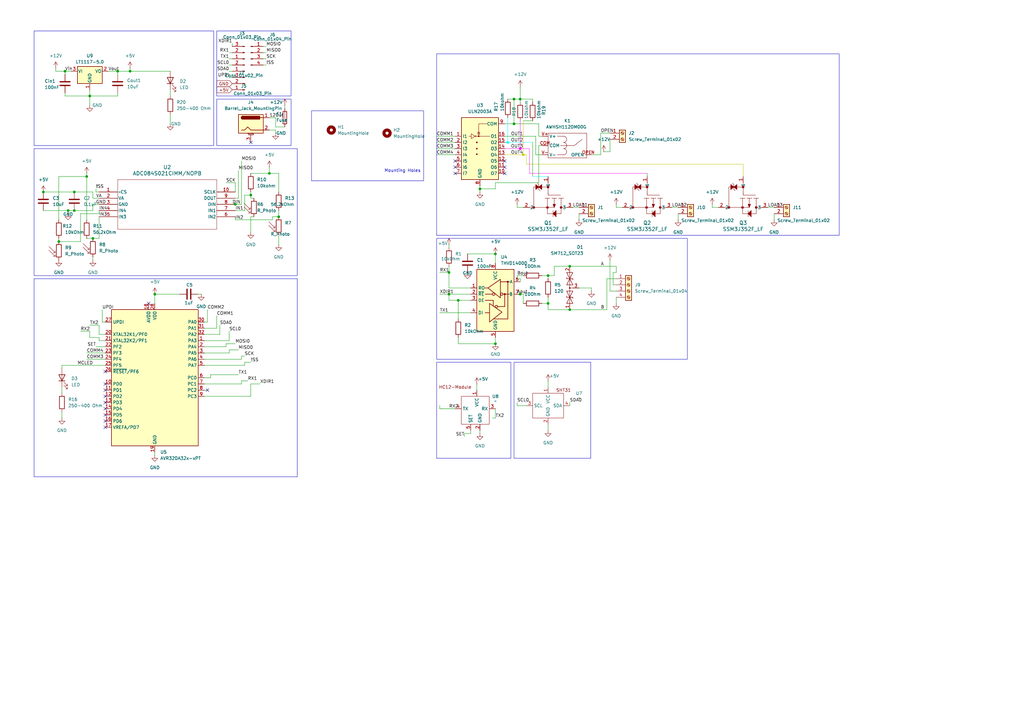
<source format=kicad_sch>
(kicad_sch (version 20231120) (generator "eeschema") (generator_version "8.0")
  (paper "A3")
  (junction (at 213.36 40.64))
  (junction (at 27.94 86.36))
  (junction (at 38.1 97.79))
  (junction (at 208.28 58.42) (color 0 255 255 1))
  (junction (at 63.5 120.65))
  (junction (at 233.68 127))
  (junction (at 114.3 88.9))
  (junction (at 224.79 124.46))
  (junction (at 213.36 60.96) (color 255 0 255 1))
  (junction (at 184.15 111.76))
  (junction (at 48.26 29.21))
  (junction (at 53.34 29.21))
  (junction (at 203.2 140.97))
  (junction (at 213.36 120.65))
  (junction (at 35.56 72.39))
  (junction (at 24.13 99.06))
  (junction (at 110.49 71.12))
  (junction (at 30.48 86.36))
  (junction (at 184.15 120.65))
  (junction (at 210.82 50.8))
  (junction (at 17.78 78.74))
  (junction (at 210.82 40.64))
  (junction (at 102.87 80.01))
  (junction (at 203.2 104.14))
  (junction (at 26.67 29.21))
  (junction (at 214.63 63.5) (color 194 194 0 1))
  (junction (at 30.48 78.74))
  (junction (at 96.52 83.82))
  (junction (at 233.68 109.22))
  (junction (at 196.85 77.47))
  (junction (at 36.83 39.37))
  (junction (at 224.79 113.03))
  (junction (at 187.96 123.19))
  (no_connect (at 43.18 170.18))
  (no_connect (at 43.18 167.64))
  (no_connect (at 186.69 66.04))
  (no_connect (at 207.01 66.04))
  (no_connect (at 85.09 160.02))
  (no_connect (at 43.18 162.56))
  (no_connect (at 186.69 68.58))
  (no_connect (at 43.18 157.48))
  (no_connect (at 43.18 175.26))
  (no_connect (at 43.18 165.1))
  (no_connect (at 43.18 160.02))
  (no_connect (at 207.01 71.12))
  (no_connect (at 102.87 58.42))
  (no_connect (at 186.69 71.12))
  (no_connect (at 43.18 152.4))
  (no_connect (at 207.01 68.58))
  (no_connect (at 60.96 124.46))
  (no_connect (at 43.18 172.72))
  (wire (pts (xy 218.44 72.39) (xy 224.79 72.39)) (stroke (width 0) (color 0 255 255 1)))
  (wire (pts (xy 93.98 26.67) (xy 95.25 26.67)))
  (wire (pts (xy 217.17 71.12) (xy 265.43 71.12)) (stroke (width 0) (color 255 0 255 1)))
  (wire (pts (xy 184.15 118.11) (xy 193.04 118.11)))
  (wire (pts (xy 215.9 63.5) (xy 214.63 63.5)) (stroke (width 0) (color 194 194 0 1)))
  (wire (pts (xy 224.79 113.03) (xy 224.79 114.3)))
  (wire (pts (xy 96.52 86.36) (xy 100.33 86.36)))
  (wire (pts (xy 212.09 85.09) (xy 214.63 85.09)))
  (wire (pts (xy 213.36 49.53) (xy 213.36 60.96)) (stroke (width 0) (color 255 0 255 1)))
  (wire (pts (xy 317.5 87.63) (xy 317.5 90.17)))
  (wire (pts (xy 40.64 138.43) (xy 40.64 139.7)))
  (wire (pts (xy 33.02 135.89) (xy 36.83 135.89)))
  (wire (pts (xy 53.34 29.21) (xy 48.26 29.21)))
  (wire (pts (xy 97.79 69.85) (xy 97.79 81.28)))
  (wire (pts (xy 265.43 71.12) (xy 265.43 72.39)))
  (wire (pts (xy 212.09 166.37) (xy 215.9 166.37)))
  (wire (pts (xy 36.83 138.43) (xy 40.64 138.43)))
  (wire (pts (xy 100.33 80.01) (xy 102.87 80.01)))
  (wire (pts (xy 246.38 54.61) (xy 250.19 54.61)))
  (wire (pts (xy 81.28 120.65) (xy 82.55 120.65)))
  (wire (pts (xy 96.52 78.74) (xy 96.52 74.93)))
  (wire (pts (xy 248.92 114.3) (xy 252.73 114.3)))
  (wire (pts (xy 237.49 118.11) (xy 242.57 118.11)))
  (wire (pts (xy 69.85 46.99) (xy 69.85 50.8)))
  (wire (pts (xy 26.67 38.1) (xy 26.67 39.37)))
  (wire (pts (xy 39.37 78.74) (xy 40.64 78.74)))
  (wire (pts (xy 233.68 109.22) (xy 252.73 109.22)))
  (wire (pts (xy 29.21 29.21) (xy 26.67 29.21)))
  (wire (pts (xy 224.79 113.03) (xy 227.33 113.03)))
  (wire (pts (xy 26.67 39.37) (xy 36.83 39.37)))
  (wire (pts (xy 114.3 96.52) (xy 114.3 100.33)))
  (wire (pts (xy 212.09 83.82) (xy 212.09 85.09)))
  (wire (pts (xy 184.15 100.33) (xy 184.15 101.6)))
  (wire (pts (xy 83.82 132.08) (xy 85.09 132.08)))
  (wire (pts (xy 224.79 156.21) (xy 224.79 158.75)))
  (wire (pts (xy 111.76 88.9) (xy 114.3 88.9)))
  (wire (pts (xy 86.36 153.67) (xy 86.36 154.94)))
  (wire (pts (xy 251.46 116.84) (xy 252.73 116.84)))
  (wire (pts (xy 38.1 81.28) (xy 40.64 81.28)))
  (wire (pts (xy 97.79 153.67) (xy 86.36 153.67)))
  (wire (pts (xy 93.98 144.78) (xy 83.82 144.78)))
  (wire (pts (xy 93.98 139.7) (xy 83.82 139.7)))
  (wire (pts (xy 41.91 127) (xy 41.91 132.08)))
  (wire (pts (xy 38.1 83.82) (xy 38.1 86.36)))
  (wire (pts (xy 26.67 29.21) (xy 26.67 30.48)))
  (wire (pts (xy 48.26 29.21) (xy 48.26 30.48)))
  (wire (pts (xy 113.03 53.34) (xy 113.03 54.61)))
  (wire (pts (xy 40.64 133.35) (xy 36.83 133.35)))
  (wire (pts (xy 212.09 165.1) (xy 212.09 166.37)))
  (wire (pts (xy 83.82 134.62) (xy 88.9 134.62)))
  (wire (pts (xy 222.25 124.46) (xy 224.79 124.46)))
  (wire (pts (xy 38.1 105.41) (xy 38.1 106.68)))
  (wire (pts (xy 110.49 53.34) (xy 113.03 53.34)))
  (wire (pts (xy 246.38 54.61) (xy 246.38 63.5)))
  (wire (pts (xy 252.73 111.76) (xy 251.46 111.76)))
  (wire (pts (xy 275.59 85.09) (xy 278.13 85.09)))
  (wire (pts (xy 219.71 63.5) (xy 222.25 63.5)))
  (wire (pts (xy 33.02 99.06) (xy 24.13 99.06)))
  (wire (pts (xy 22.86 27.94) (xy 22.86 29.21)))
  (wire (pts (xy 93.98 135.89) (xy 93.98 139.7)))
  (wire (pts (xy 213.36 40.64) (xy 218.44 40.64)))
  (wire (pts (xy 187.96 123.19) (xy 187.96 130.81)))
  (wire (pts (xy 90.17 137.16) (xy 83.82 137.16)))
  (wire (pts (xy 27.94 86.36) (xy 27.94 87.63)))
  (wire (pts (xy 248.92 114.3) (xy 248.92 127)))
  (wire (pts (xy 214.63 120.65) (xy 214.63 124.46)))
  (wire (pts (xy 215.9 67.31) (xy 215.9 63.5)) (stroke (width 0) (color 194 194 0 1)))
  (wire (pts (xy 210.82 40.64) (xy 213.36 40.64)))
  (wire (pts (xy 102.87 88.9) (xy 102.87 95.25)))
  (wire (pts (xy 25.4 168.91) (xy 25.4 171.45)))
  (wire (pts (xy 102.87 81.28) (xy 104.14 81.28)))
  (wire (pts (xy 203.2 138.43) (xy 203.2 140.97)))
  (wire (pts (xy 41.91 132.08) (xy 43.18 132.08)))
  (wire (pts (xy 22.86 29.21) (xy 26.67 29.21)))
  (wire (pts (xy 203.2 104.14) (xy 203.2 107.95)))
  (wire (pts (xy 218.44 41.91) (xy 218.44 40.64)))
  (wire (pts (xy 35.56 144.78) (xy 43.18 144.78)))
  (wire (pts (xy 242.57 118.11) (xy 242.57 119.38)))
  (wire (pts (xy 190.5 177.8) (xy 190.5 179.07)))
  (wire (pts (xy 85.09 160.02) (xy 83.82 160.02)))
  (wire (pts (xy 220.98 55.88) (xy 222.25 55.88)))
  (wire (pts (xy 107.95 21.59) (xy 109.22 21.59)))
  (wire (pts (xy 93.98 143.51) (xy 93.98 144.78)))
  (wire (pts (xy 17.78 86.36) (xy 27.94 86.36)))
  (wire (pts (xy 251.46 111.76) (xy 251.46 116.84)))
  (wire (pts (xy 213.36 114.3) (xy 213.36 115.57)))
  (wire (pts (xy 25.4 158.75) (xy 25.4 161.29)))
  (wire (pts (xy 24.13 72.39) (xy 24.13 90.17)))
  (wire (pts (xy 63.5 124.46) (xy 63.5 120.65)))
  (wire (pts (xy 113.03 52.07) (xy 116.84 52.07)))
  (wire (pts (xy 179.07 63.5) (xy 186.69 63.5)))
  (wire (pts (xy 187.96 138.43) (xy 187.96 140.97)))
  (wire (pts (xy 93.98 21.59) (xy 95.25 21.59)))
  (wire (pts (xy 85.09 132.08) (xy 85.09 127)))
  (wire (pts (xy 220.98 59.69) (xy 220.98 74.93)))
  (wire (pts (xy 107.95 24.13) (xy 109.22 24.13)))
  (wire (pts (xy 292.1 85.09) (xy 294.64 85.09)))
  (wire (pts (xy 39.37 142.24) (xy 43.18 142.24)))
  (wire (pts (xy 40.64 87.63) (xy 33.02 87.63)))
  (wire (pts (xy 40.64 83.82) (xy 38.1 83.82)))
  (wire (pts (xy 114.3 71.12) (xy 114.3 78.74)))
  (wire (pts (xy 203.2 171.45) (xy 203.2 167.64)))
  (wire (pts (xy 184.15 120.65) (xy 193.04 120.65)))
  (wire (pts (xy 207.01 60.96) (xy 213.36 60.96)) (stroke (width 0) (color 255 0 255 1)))
  (wire (pts (xy 17.78 78.74) (xy 30.48 78.74)))
  (wire (pts (xy 53.34 29.21) (xy 69.85 29.21)))
  (wire (pts (xy 36.83 39.37) (xy 36.83 43.18)))
  (wire (pts (xy 218.44 72.39) (xy 218.44 58.42)))
  (wire (pts (xy 193.04 123.19) (xy 187.96 123.19)))
  (wire (pts (xy 212.09 120.65) (xy 213.36 120.65)))
  (wire (pts (xy 100.33 149.86) (xy 83.82 149.86)))
  (wire (pts (xy 196.85 176.53) (xy 196.85 177.8)))
  (wire (pts (xy 40.64 97.79) (xy 40.64 88.9)))
  (wire (pts (xy 214.63 49.53) (xy 214.63 63.5)) (stroke (width 0) (color 194 194 0 1)))
  (wire (pts (xy 99.06 83.82) (xy 96.52 83.82)))
  (wire (pts (xy 218.44 49.53) (xy 214.63 49.53)))
  (wire (pts (xy 113.03 48.26) (xy 113.03 52.07)))
  (wire (pts (xy 184.15 123.19) (xy 187.96 123.19)))
  (wire (pts (xy 99.06 156.21) (xy 99.06 157.48)))
  (wire (pts (xy 220.98 50.8) (xy 220.98 55.88)))
  (wire (pts (xy 116.84 43.18) (xy 116.84 44.45)))
  (wire (pts (xy 250.19 119.38) (xy 252.73 119.38)))
  (wire (pts (xy 43.18 149.86) (xy 25.4 149.86)))
  (wire (pts (xy 207.01 55.88) (xy 219.71 55.88)))
  (wire (pts (xy 278.13 87.63) (xy 278.13 90.17)))
  (wire (pts (xy 227.33 113.03) (xy 227.33 109.22)))
  (wire (pts (xy 100.33 146.05) (xy 99.06 146.05)))
  (wire (pts (xy 24.13 97.79) (xy 24.13 99.06)))
  (wire (pts (xy 99.06 147.32) (xy 83.82 147.32)))
  (wire (pts (xy 213.36 40.64) (xy 213.36 35.56)))
  (wire (pts (xy 100.33 148.59) (xy 100.33 149.86)))
  (wire (pts (xy 224.79 124.46) (xy 224.79 127)))
  (wire (pts (xy 96.52 74.93) (xy 92.71 74.93)))
  (wire (pts (xy 180.34 120.65) (xy 184.15 120.65)))
  (wire (pts (xy 114.3 86.36) (xy 114.3 88.9)))
  (wire (pts (xy 214.63 63.5) (xy 207.01 63.5)) (stroke (width 0) (color 194 194 0 1)))
  (wire (pts (xy 63.5 120.65) (xy 73.66 120.65)))
  (wire (pts (xy 90.17 133.35) (xy 90.17 137.16)))
  (wire (pts (xy 102.87 78.74) (xy 102.87 80.01)))
  (wire (pts (xy 99.06 146.05) (xy 99.06 147.32)))
  (wire (pts (xy 101.6 156.21) (xy 99.06 156.21)))
  (wire (pts (xy 107.95 19.05) (xy 109.22 19.05)))
  (wire (pts (xy 292.1 83.82) (xy 292.1 85.09)))
  (wire (pts (xy 180.34 111.76) (xy 184.15 111.76)))
  (wire (pts (xy 196.85 77.47) (xy 196.85 78.74)))
  (wire (pts (xy 242.57 63.5) (xy 246.38 63.5)))
  (wire (pts (xy 38.1 97.79) (xy 40.64 97.79)))
  (wire (pts (xy 314.96 85.09) (xy 317.5 85.09)))
  (wire (pts (xy 111.76 90.17) (xy 111.76 88.9)))
  (wire (pts (xy 252.73 85.09) (xy 255.27 85.09)))
  (wire (pts (xy 180.34 166.37) (xy 180.34 167.64)))
  (wire (pts (xy 252.73 109.22) (xy 252.73 111.76)))
  (wire (pts (xy 208.28 48.26) (xy 208.28 58.42)) (stroke (width 0) (color 0 255 255 1)))
  (wire (pts (xy 208.28 58.42) (xy 218.44 58.42)) (stroke (width 0) (color 0 255 255 1)))
  (wire (pts (xy 208.28 40.64) (xy 210.82 40.64)))
  (wire (pts (xy 233.68 166.37) (xy 233.68 165.1)))
  (wire (pts (xy 38.1 86.36) (xy 30.48 86.36)))
  (wire (pts (xy 43.18 137.16) (xy 40.64 137.16)))
  (wire (pts (xy 36.83 135.89) (xy 36.83 138.43)))
  (wire (pts (xy 220.98 74.93) (xy 203.2 74.93)))
  (wire (pts (xy 203.2 77.47) (xy 196.85 77.47)))
  (wire (pts (xy 102.87 157.48) (xy 102.87 162.56)))
  (wire (pts (xy 48.26 39.37) (xy 36.83 39.37)))
  (wire (pts (xy 97.79 143.51) (xy 93.98 143.51)))
  (wire (pts (xy 179.07 58.42) (xy 186.69 58.42)))
  (wire (pts (xy 33.02 87.63) (xy 33.02 99.06)))
  (wire (pts (xy 304.8 72.39) (xy 304.8 67.31)) (stroke (width 0) (color 194 194 0 1)))
  (wire (pts (xy 44.45 29.21) (xy 48.26 29.21)))
  (wire (pts (xy 35.56 72.39) (xy 24.13 72.39)))
  (wire (pts (xy 220.98 59.69) (xy 222.25 59.69)))
  (wire (pts (xy 250.19 106.68) (xy 250.19 119.38)))
  (wire (pts (xy 179.07 55.88) (xy 186.69 55.88)))
  (wire (pts (xy 39.37 77.47) (xy 39.37 78.74)))
  (wire (pts (xy 102.87 88.9) (xy 104.14 88.9)))
  (wire (pts (xy 99.06 157.48) (xy 83.82 157.48)))
  (wire (pts (xy 195.58 157.48) (xy 195.58 160.02)))
  (wire (pts (xy 30.48 78.74) (xy 38.1 78.74)))
  (wire (pts (xy 88.9 134.62) (xy 88.9 129.54)))
  (wire (pts (xy 203.2 171.45) (xy 201.93 171.45)))
  (wire (pts (xy 93.98 31.75) (xy 95.25 31.75)))
  (wire (pts (xy 304.8 67.31) (xy 215.9 67.31)) (stroke (width 0) (color 194 194 0 1)))
  (wire (pts (xy 212.09 114.3) (xy 212.09 113.03)))
  (wire (pts (xy 193.04 176.53) (xy 193.04 177.8)))
  (wire (pts (xy 92.71 142.24) (xy 83.82 142.24)))
  (wire (pts (xy 210.82 40.64) (xy 210.82 50.8)))
  (wire (pts (xy 63.5 185.42) (xy 63.5 186.69)))
  (wire (pts (xy 187.96 140.97) (xy 203.2 140.97)))
  (wire (pts (xy 213.36 40.64) (xy 213.36 41.91)))
  (wire (pts (xy 40.64 139.7) (xy 43.18 139.7)))
  (wire (pts (xy 35.56 72.39) (xy 35.56 90.17)))
  (wire (pts (xy 233.68 127) (xy 248.92 127)))
  (wire (pts (xy 53.34 27.94) (xy 53.34 29.21)))
  (wire (pts (xy 180.34 167.64) (xy 186.69 167.64)))
  (wire (pts (xy 196.85 76.2) (xy 196.85 77.47)))
  (wire (pts (xy 224.79 173.99) (xy 224.79 176.53)))
  (wire (pts (xy 86.36 154.94) (xy 83.82 154.94)))
  (wire (pts (xy 95.25 17.78) (xy 95.25 19.05)))
  (wire (pts (xy 36.83 36.83) (xy 36.83 39.37)))
  (wire (pts (xy 184.15 111.76) (xy 184.15 118.11)))
  (wire (pts (xy 106.68 157.48) (xy 102.87 157.48)))
  (wire (pts (xy 212.09 114.3) (xy 213.36 114.3)))
  (wire (pts (xy 93.98 29.21) (xy 95.25 29.21)))
  (wire (pts (xy 180.34 128.27) (xy 193.04 128.27)))
  (wire (pts (xy 213.36 120.65) (xy 214.63 120.65)))
  (wire (pts (xy 237.49 87.63) (xy 237.49 90.17)))
  (wire (pts (xy 100.33 86.36) (xy 100.33 80.01)))
  (wire (pts (xy 227.33 109.22) (xy 233.68 109.22)))
  (wire (pts (xy 69.85 36.83) (xy 69.85 39.37)))
  (wire (pts (xy 93.98 24.13) (xy 95.25 24.13)))
  (wire (pts (xy 27.94 86.36) (xy 30.48 86.36)))
  (wire (pts (xy 92.71 140.97) (xy 92.71 142.24)))
  (wire (pts (xy 252.73 121.92) (xy 252.73 124.46)))
  (wire (pts (xy 111.76 90.17) (xy 96.52 90.17)))
  (wire (pts (xy 99.06 66.04) (xy 99.06 83.82)))
  (wire (pts (xy 234.95 85.09) (xy 237.49 85.09)))
  (wire (pts (xy 207.01 50.8) (xy 210.82 50.8)))
  (wire (pts (xy 110.49 68.58) (xy 110.49 71.12)))
  (wire (pts (xy 179.07 60.96) (xy 186.69 60.96)))
  (wire (pts (xy 219.71 63.5) (xy 219.71 55.88)))
  (wire (pts (xy 110.49 71.12) (xy 102.87 71.12)))
  (wire (pts (xy 96.52 83.82) (xy 95.25 83.82)))
  (wire (pts (xy 35.56 71.12) (xy 35.56 72.39)))
  (wire (pts (xy 40.64 137.16) (xy 40.64 133.35)))
  (wire (pts (xy 224.79 127) (xy 233.68 127)))
  (wire (pts (xy 113.03 48.26) (xy 110.49 48.26)))
  (wire (pts (xy 208.28 58.42) (xy 207.01 58.42)))
  (wire (pts (xy 83.82 162.56) (xy 102.87 162.56)))
  (wire (pts (xy 40.64 86.36) (xy 40.64 87.63)))
  (wire (pts (xy 193.04 177.8) (xy 190.5 177.8)))
  (wire (pts (xy 35.56 97.79) (xy 38.1 97.79)))
  (wire (pts (xy 222.25 113.03) (xy 224.79 113.03)))
  (wire (pts (xy 102.87 148.59) (xy 100.33 148.59)))
  (wire (pts (xy 25.4 149.86) (xy 25.4 151.13)))
  (wire (pts (xy 212.09 113.03) (xy 214.63 113.03)))
  (wire (pts (xy 252.73 83.82) (xy 252.73 85.09)))
  (wire (pts (xy 213.36 60.96) (xy 217.17 60.96)) (stroke (width 0) (color 255 0 255 1)))
  (wire (pts (xy 191.77 104.14) (xy 203.2 104.14)))
  (wire (pts (xy 97.79 81.28) (xy 96.52 81.28)))
  (wire (pts (xy 224.79 124.46) (xy 224.79 121.92)))
  (wire (pts (xy 107.95 26.67) (xy 109.22 26.67)))
  (wire (pts (xy 184.15 120.65) (xy 184.15 123.19)))
  (wire (pts (xy 96.52 90.17) (xy 96.52 88.9)))
  (wire (pts (xy 96.52 140.97) (xy 92.71 140.97)))
  (wire (pts (xy 35.56 147.32) (xy 43.18 147.32)))
  (wire (pts (xy 210.82 50.8) (xy 220.98 50.8)))
  (wire (pts (xy 247.65 62.23) (xy 250.19 62.23)))
  (wire (pts (xy 102.87 80.01) (xy 102.87 81.28)))
  (wire (pts (xy 184.15 109.22) (xy 184.15 111.76)))
  (wire (pts (xy 203.2 74.93) (xy 203.2 77.47)))
  (wire (pts (xy 250.19 62.23) (xy 250.19 57.15)))
  (wire (pts (xy 217.17 60.96) (xy 217.17 71.12)) (stroke (width 0) (color 255 0 255 1)))
  (wire (pts (xy 110.49 71.12) (xy 114.3 71.12)))
  (wire (pts (xy 38.1 78.74) (xy 38.1 81.28)))
  (wire (pts (xy 48.26 38.1) (xy 48.26 39.37)))
  (rectangle (start 179.07 97.79) (end 281.94 147.32))
  (rectangle (start 13.97 114.3) (end 121.92 195.58))
  (rectangle (start 88.9 12.7) (end 119.38 39.37))
  (rectangle (start 210.82 148.59) (end 242.316 187.96))
  (rectangle (start 88.9 40.64) (end 119.38 59.69))
  (rectangle (start 179.07 148.59) (end 209.55 187.96))
  (rectangle (start 13.97 60.96) (end 121.92 113.03))
  (rectangle (start 127.762 45.466) (end 173.736 74.168))
  (rectangle (start 13.97 12.7) (end 87.63 59.69))
  (rectangle (start 179.07 22.098) (end 344.17 96.52))
  (text "Mounting Holes\n" (at 165.1 70.104 0) (effects (font (size 1.27 1.27))))
  (label "OUT1" (at 209.55 55.88 0))
  (label "OUT3" (at 209.55 60.96 0))
  (label "MISO0" (at 97.79 143.51 0))
  (label "SDA0" (at 93.98 29.21 180))
  (label "RX2" (at 33.02 135.89 0))
  (label "SCK" (at 100.33 146.05 0))
  (label "!SS" (at 102.87 148.59 0))
  (label "TX1" (at 180.34 128.27 0))
  (label "MOSI0" (at 109.22 19.05 0))
  (label "DIN" (at 95.25 83.82 0))
  (label "TX2" (at 36.83 133.35 0))
  (label "MOSI0" (at 99.06 66.04 0))
  (label "LOAD1" (at 234.95 85.09 0))
  (label "RX1" (at 93.98 21.59 180))
  (label "SET" (at 39.37 142.24 180))
  (label "COMM3" (at 35.56 147.32 0))
  (label "UPDI" (at 41.91 127 0))
  (label "LOAD2" (at 275.59 85.09 0))
  (label "COMM3" (at 179.07 60.96 0))
  (label "TX2" (at 203.2 171.45 0))
  (label "Aout" (at 212.09 120.65 0))
  (label "COMM1" (at 88.9 129.54 0))
  (label "SDA0" (at 90.17 133.35 0))
  (label "MOSI0" (at 96.52 140.97 0))
  (label "UPDI" (at 93.98 31.75 180))
  (label "LOAD3" (at 314.96 85.09 0))
  (label "RX2" (at 184.15 167.64 0))
  (label "IN3" (at 40.64 88.9 0))
  (label "OUT2" (at 209.55 58.42 0))
  (label "COMM2" (at 179.07 58.42 0))
  (label "SCK" (at 92.71 74.93 0))
  (label "XDIR1" (at 95.25 17.78 180))
  (label "SET" (at 190.5 179.07 180))
  (label "Bout" (at 212.09 113.03 0))
  (label "Vout" (at 44.45 29.21 0))
  (label "RX1" (at 180.34 111.76 0))
  (label "COMM2" (at 85.09 127 0))
  (label "XDIR1" (at 106.68 157.48 0))
  (label "GND" (at 39.37 83.82 0))
  (label "A" (at 246.38 109.22 0))
  (label "VA" (at 39.37 81.28 0))
  (label "OUT4" (at 209.55 63.5 0))
  (label "IN4" (at 40.64 86.36 0))
  (label "IN1" (at 96.52 86.36 0))
  (label "SCL0" (at 93.98 135.89 0))
  (label "XDIR1" (at 180.34 120.65 0))
  (label "Vin" (at 26.67 29.21 0))
  (label "SCL0" (at 212.09 165.1 0))
  (label "COMM4" (at 179.07 63.5 0))
  (label "SCK" (at 109.22 24.13 0))
  (label "MISO0" (at 109.22 21.59 0))
  (label "COMM4" (at 35.56 144.78 0))
  (label "COMM1" (at 179.07 55.88 0))
  (label "!SS" (at 39.37 77.47 0))
  (label "SDA0" (at 233.68 165.1 0))
  (label "!SS" (at 109.22 26.67 0))
  (label "12Out" (at 110.49 48.26 0))
  (label "TX1" (at 97.79 153.67 0))
  (label "OPEN" (at 246.38 54.61 0))
  (label "RX1" (at 101.6 156.21 0))
  (label "MCLED" (at 31.75 149.86 0))
  (label "B" (at 246.38 127 0))
  (label "SCL0" (at 93.98 26.67 180))
  (label "TX1" (at 93.98 24.13 180))
  (label "MISO0" (at 97.79 69.85 0))
  (label "IN2" (at 96.52 90.17 0))
  (global_label "GND" (shape input) (at 95.25 34.29 180) (property "Intersheetrefs" "${INTERSHEET_REFS}" (effects (hide yes))))
  (global_label "+5V" (shape input) (at 95.25 36.83 180) (property "Intersheetrefs" "${INTERSHEET_REFS}" (effects (hide yes))))
  (symbol (lib_id "Modules:HC12-Module") (at 196.85 166.37 0) (unit 1)
    (property "Reference" "U8" (at 203.2 162.5914 0))
    (property "Value" "~" (at 203.2 164.4965 0))
    (property "Footprint" "Modules:HC12-Modules" (effects (hide yes)))
  )
  (symbol (lib_id "Connector:Conn_01x03_Pin") (at 100.33 21.59 180) (unit 1)
    (property "Reference" "J3" (at 98.044 13.716 0) (effects (justify right)))
    (property "Value" "Conn_01x03_Pin" (at 91.44 15.24 0) (effects (justify right)))
    (property "Footprint" "Connector_PinHeader_2.54mm:PinHeader_1x03_P2.54mm_Vertical" (effects (hide yes)))
    (property "Description" "Generic connector, single row, 01x03, script generated" (effects (hide yes)))
  )
  (symbol (lib_id "power:GND") (at 196.85 177.8 0) (unit 1)
    (property "Reference" "#PWR023" (effects (hide yes)))
    (property "Value" "GND" (at 196.85 182.88 0))
    (property "Description" "Power symbol creates a global label with name \"GND\" , ground" (effects (hide yes)))
  )
  (symbol (lib_id "Modules:SHT31-Module") (at 219.71 162.56 0) (unit 1)
    (property "Reference" "U7" (at 237.49 161.3214 0))
    (property "Value" "~" (at 237.49 163.2265 0))
    (property "Footprint" "Modules:SHT31-Module" (effects (hide yes)))
  )
  (symbol (lib_id "Device:R") (at 224.79 118.11 0) (unit 1)
    (property "Reference" "R5" (at 227.33 116.8399 0) (effects (justify left)))
    (property "Value" "120" (at 227.33 119.3799 0) (effects (justify left)))
    (property "Footprint" "Resistor_SMD:R_1206_3216Metric" (effects (hide yes)))
    (property "Description" "Resistor" (effects (hide yes)))
  )
  (symbol (lib_id "Device:R") (at 218.44 124.46 90) (unit 1)
    (property "Reference" "R4" (at 218.44 118.11 90))
    (property "Value" "10Ohm" (at 218.44 120.65 90))
    (property "Footprint" "Resistor_SMD:R_1210_3225Metric" (effects (hide yes)))
    (property "Description" "Resistor" (effects (hide yes)))
  )
  (symbol (lib_id "Interface_UART:THVD1400D") (at 203.2 123.19 0) (unit 1)
    (property "Reference" "U4" (at 205.3941 105.41 0) (effects (justify left)))
    (property "Value" "THVD1400D" (at 205.3941 107.95 0) (effects (justify left)))
    (property "Footprint" "Package_SO:SOIC-8_3.9x4.9mm_P1.27mm" (effects (hide yes)))
    (property "Datasheet" "https://www.ti.com/lit/ds/symlink/thvd1420.pdf" (effects (hide yes)))
    (property "Description" "Half duplex RS-485/RS-422, 500 Kbps, 3V - 5.5V supply, ±12kV electro-static discharge (ESD) protection, with receiver/driver enable, 32 receiver drive capacity, SOIC-8" (effects (hide yes)))
  )
  (symbol (lib_id "Device:C") (at 17.78 82.55 0) (unit 1)
    (property "Reference" "C3" (at 21.59 81.2799 0) (effects (justify left)))
    (property "Value" "10uF" (at 21.59 83.8199 0) (effects (justify left)))
    (property "Footprint" "Capacitor_SMD:C_1206_3216Metric" (effects (hide yes)))
    (property "Description" "Unpolarized capacitor" (effects (hide yes)))
  )
  (symbol (lib_id "Device:R_Photo") (at 104.14 85.09 0) (unit 1)
    (property "Reference" "R6" (at 105.41 83.8199 0) (effects (justify left)))
    (property "Value" "R_Photo" (at 105.41 86.3599 0) (effects (justify left)))
    (property "Footprint" "OptoDevice:R_LDR_4.9x4.2mm_P2.54mm_Vertical" (effects (hide yes)))
    (property "Description" "Photoresistor" (effects (hide yes)))
  )
  (symbol (lib_id "Connector:Screw_Terminal_01x02") (at 283.21 85.09 0) (unit 1)
    (property "Reference" "J10" (at 285.75 85.0899 0) (effects (justify left)))
    (property "Value" "Screw_Terminal_01x02" (at 279.4 90.424 0) (effects (justify left)))
    (property "Footprint" "TerminalBlock:TerminalBlock_bornier-2_P5.08mm" (effects (hide yes)))
    (property "Description" "Generic screw terminal, single row, 01x02, script generated (kicad-library-utils/schlib/autogen/connector/)" (effects (hide yes)))
  )
  (symbol (lib_id "Device:LED") (at 25.4 154.94 90) (unit 1)
    (property "Reference" "D3" (at 29.21 155.2574 90) (effects (justify right)))
    (property "Value" "LED" (at 29.21 157.7974 90) (effects (justify right)))
    (property "Footprint" "LED_THT:LED_D3.0mm_FlatTop" (effects (hide yes)))
    (property "Description" "Light emitting diode" (effects (hide yes)))
  )
  (symbol (lib_id "Connector:Conn_01x04_Pin") (at 102.87 21.59 0) (unit 1)
    (property "Reference" "J6" (at 111.76 14.224 0))
    (property "Value" "Conn_01x04_Pin" (at 111.76 16.002 0))
    (property "Footprint" "Connector_PinHeader_2.54mm:PinHeader_1x04_P2.54mm_Vertical" (effects (hide yes)))
    (property "Description" "Generic connector, single row, 01x04, script generated" (effects (hide yes)))
  )
  (symbol (lib_id "Device:R") (at 35.56 93.98 0) (unit 1)
    (property "Reference" "R11" (at 38.1 92.7099 0) (effects (justify left)))
    (property "Value" "56.2kOhm" (at 38.1 95.2499 0) (effects (justify left)))
    (property "Footprint" "Resistor_SMD:R_1206_3216Metric_Pad1.30x1.75mm_HandSolder" (effects (hide yes)))
    (property "Description" "Resistor" (effects (hide yes)))
  )
  (symbol (lib_id "Device:R") (at 184.15 105.41 0) (unit 1)
    (property "Reference" "R1" (at 186.69 104.1399 0) (effects (justify left)))
    (property "Value" "10kOhm" (at 180.848 106.172 0) (effects (justify left)))
    (property "Footprint" "Resistor_SMD:R_1206_3216Metric" (effects (hide yes)))
    (property "Description" "Resistor" (effects (hide yes)))
  )
  (symbol (lib_id "Mechanical:MountingHole") (at 158.75 54.61 0) (unit 1) (exclude_from_sim yes) (in_bom no)
    (property "Reference" "H2" (at 161.29 53.3399 0) (effects (justify left)))
    (property "Value" "MountingHole" (at 161.29 55.8799 0) (effects (justify left)))
    (property "Footprint" "MountingHole:MountingHole_3.5mm" (effects (hide yes)))
    (property "Description" "Mounting Hole without connection" (effects (hide yes)))
  )
  (symbol (lib_id "power:+12V") (at 250.19 106.68 0) (unit 1)
    (property "Reference" "#PWR06" (effects (hide yes)))
    (property "Value" "+12V" (at 250.19 101.6 0))
    (property "Description" "Power symbol creates a global label with name \"+12V\"" (effects (hide yes)))
  )
  (symbol (lib_id "Connector:Screw_Terminal_01x02") (at 242.57 85.09 0) (unit 1)
    (property "Reference" "J1" (at 245.11 85.0899 0) (effects (justify left)))
    (property "Value" "Screw_Terminal_01x02" (at 238.76 90.424 0) (effects (justify left)))
    (property "Footprint" "TerminalBlock:TerminalBlock_bornier-2_P5.08mm" (effects (hide yes)))
    (property "Description" "Generic screw terminal, single row, 01x02, script generated (kicad-library-utils/schlib/autogen/connector/)" (effects (hide yes)))
  )
  (symbol (lib_id "Connector:Screw_Terminal_01x04") (at 257.81 116.84 0) (unit 1)
    (property "Reference" "J9" (at 260.35 116.8399 0) (effects (justify left)))
    (property "Value" "Screw_Terminal_01x04" (at 260.35 119.3799 0) (effects (justify left)))
    (property "Footprint" "TerminalBlock_Altech:Altech_AK100_1x04_P5.00mm" (effects (hide yes)))
    (property "Description" "Generic screw terminal, single row, 01x04, script generated (kicad-library-utils/schlib/autogen/connector/)" (effects (hide yes)))
  )
  (symbol (lib_id "Transistor_Array:ULN2003A") (at 196.85 60.96 0) (unit 1)
    (property "Reference" "U3" (at 196.85 43.18 0))
    (property "Value" "ULN2003A" (at 196.85 45.72 0))
    (property "Footprint" "Package_SO:SOIC-16W_5.3x10.2mm_P1.27mm" (effects (hide yes)))
    (property "Datasheet" "http://www.ti.com/lit/ds/symlink/uln2003a.pdf" (effects (hide yes)))
    (property "Description" "High Voltage, High Current Darlington Transistor Arrays, SOIC16/SOIC16W/DIP16/TSSOP16" (effects (hide yes)))
  )
  (symbol (lib_id "power:GND") (at 25.4 171.45 0) (unit 1)
    (property "Reference" "#PWR029" (effects (hide yes)))
    (property "Value" "GND" (at 25.4 176.53 0))
    (property "Description" "Power symbol creates a global label with name \"GND\" , ground" (effects (hide yes)))
  )
  (symbol (lib_id "Device:R") (at 114.3 82.55 0) (unit 1)
    (property "Reference" "R13" (at 116.84 81.2799 0) (effects (justify left)))
    (property "Value" "56.2kOhm" (at 110.998 83.82 0) (effects (justify left)))
    (property "Footprint" "Resistor_SMD:R_1206_3216Metric_Pad1.30x1.75mm_HandSolder" (effects (hide yes)))
    (property "Description" "Resistor" (effects (hide yes)))
  )
  (symbol (lib_id "Device:R") (at 25.4 165.1 0) (unit 1)
    (property "Reference" "R16" (at 27.94 163.8299 0) (effects (justify left)))
    (property "Value" "250-400 Ohm" (at 27.94 166.3699 0) (effects (justify left)))
    (property "Footprint" "Resistor_SMD:R_1206_3216Metric" (effects (hide yes)))
    (property "Description" "Resistor" (effects (hide yes)))
  )
  (symbol (lib_id "Device:R") (at 24.13 93.98 0) (unit 1)
    (property "Reference" "R12" (at 25.654 92.71 0) (effects (justify left)))
    (property "Value" "10kOhm" (at 26.67 95.2499 0) (effects (justify left)))
    (property "Footprint" "Resistor_SMD:R_1206_3216Metric_Pad1.30x1.75mm_HandSolder" (effects (hide yes)))
    (property "Description" "Resistor" (effects (hide yes)))
  )
  (symbol (lib_id "Regulator_Linear:LT1117-5.0") (at 36.83 29.21 0) (unit 1)
    (property "Reference" "U9" (at 36.83 22.86 0))
    (property "Value" "LT1117-5.0" (at 36.83 25.4 0))
    (property "Footprint" "Package_TO_SOT_SMD:SOT-223-3_TabPin2" (effects (hide yes)))
    (property "Datasheet" "https://www.analog.com/media/en/technical-documentation/data-sheets/1117fd.pdf" (effects (hide yes)))
    (property "Description" "800mA Low-Dropout Linear Regulator, 5.0V fixed output, SOT-223/TO-263" (effects (hide yes)))
  )
  (symbol (lib_id "Transistor_FET:SSM3J352F_LF") (at 273.05 74.93 270) (unit 1)
    (property "Reference" "Q2" (at 265.43 91.44 90) (effects (font (size 1.524 1.524))))
    (property "Value" "SSM3J352F_LF" (at 265.43 93.98 90) (effects (font (size 1.524 1.524))))
    (property "Footprint" "Package_S-Mini:S-MINI_TOS" (effects (hide yes)))
  )
  (symbol (lib_id "power:+12V") (at 292.1 83.82 0) (unit 1)
    (property "Reference" "#PWR032" (effects (hide yes)))
    (property "Value" "+12V" (at 292.1 78.74 0))
    (property "Description" "Power symbol creates a global label with name \"+12V\"" (effects (hide yes)))
  )
  (symbol (lib_id "power:GND") (at 36.83 43.18 0) (unit 1)
    (property "Reference" "#PWR0106" (effects (hide yes)))
    (property "Value" "GND" (at 39.878 43.18 0))
    (property "Description" "Power symbol creates a global label with name \"GND\" , ground" (effects (hide yes)))
  )
  (symbol (lib_id "power:+5V") (at 203.2 104.14 0) (unit 1)
    (property "Reference" "#PWR0103" (effects (hide yes)))
    (property "Value" "+5V" (at 203.2 99.06 0))
    (property "Description" "Power symbol creates a global label with name \"+5V\"" (effects (hide yes)))
  )
  (symbol (lib_id "power:+12V") (at 116.84 43.18 0) (unit 1)
    (property "Reference" "#PWR017" (effects (hide yes)))
    (property "Value" "+12V" (at 113.284 41.91 0))
    (property "Description" "Power symbol creates a global label with name \"+12V\"" (effects (hide yes)))
  )
  (symbol (lib_id "Device:R_Photo") (at 114.3 92.71 0) (unit 1)
    (property "Reference" "R7" (at 116.84 91.4399 0) (effects (justify left)))
    (property "Value" "R_Photo" (at 110.998 96.012 0) (effects (justify left)))
    (property "Footprint" "OptoDevice:R_LDR_4.9x4.2mm_P2.54mm_Vertical" (effects (hide yes)))
    (property "Description" "Photoresistor" (effects (hide yes)))
  )
  (symbol (lib_id "MCU_Microchip_AVR_Dx:AVR32DA32x-xPT") (at 63.5 154.94 0) (unit 1)
    (property "Reference" "U5" (at 65.6941 185.42 0) (effects (justify left)))
    (property "Value" "AVR32DA32x-xPT" (at 65.6941 187.96 0) (effects (justify left)))
    (property "Footprint" "Package_QFP:TQFP-32_7x7mm_P0.8mm" (effects (hide yes)))
    (property "Datasheet" "https://ww1.microchip.com/downloads/en/DeviceDoc/AVR32DA28-32-48-Data-Sheet-40002228B.pdf" (effects (hide yes)))
    (property "Description" "24MHz, 32kB Flash, 4kB SRAM, EEPROM with Touch Sensing, TQFP-32" (effects (hide yes)))
  )
  (symbol (lib_id "Device:R") (at 218.44 113.03 90) (unit 1)
    (property "Reference" "R3" (at 218.44 106.68 90))
    (property "Value" "10Ohm" (at 218.44 109.22 90))
    (property "Footprint" "Resistor_SMD:R_1210_3225Metric" (effects (hide yes)))
    (property "Description" "Resistor" (effects (hide yes)))
  )
  (symbol (lib_id "Device:R_Photo") (at 38.1 101.6 0) (unit 1)
    (property "Reference" "R8" (at 40.64 100.3299 0) (effects (justify left)))
    (property "Value" "R_Photo" (at 40.64 102.8699 0) (effects (justify left)))
    (property "Footprint" "OptoDevice:R_LDR_4.9x4.2mm_P2.54mm_Vertical" (effects (hide yes)))
    (property "Description" "Photoresistor" (effects (hide yes)))
  )
  (symbol (lib_id "power:GND") (at 114.3 100.33 0) (unit 1)
    (property "Reference" "#PWR015" (effects (hide yes)))
    (property "Value" "GND" (at 114.3 105.41 0))
    (property "Description" "Power symbol creates a global label with name \"GND\" , ground" (effects (hide yes)))
  )
  (symbol (lib_id "Device:LED") (at 69.85 33.02 90) (unit 1)
    (property "Reference" "D2" (at 73.66 33.3374 90) (effects (justify right)))
    (property "Value" "LED" (at 73.66 35.8774 90) (effects (justify right)))
    (property "Footprint" "LED_THT:LED_D3.0mm_FlatTop" (effects (hide yes)))
    (property "Description" "Light emitting diode" (effects (hide yes)))
  )
  (symbol (lib_id "power:GND") (at 27.94 87.63 0) (unit 1)
    (property "Reference" "#PWR09" (effects (hide yes)))
    (property "Value" "GND" (at 27.94 87.884 0))
    (property "Description" "Power symbol creates a global label with name \"GND\" , ground" (effects (hide yes)))
  )
  (symbol (lib_id "Transistor_FET:SSM3J352F_LF") (at 312.42 74.93 270) (unit 1)
    (property "Reference" "Q3" (at 304.8 91.44 90) (effects (font (size 1.524 1.524))))
    (property "Value" "SSM3J352F_LF" (at 304.8 93.98 90) (effects (font (size 1.524 1.524))))
    (property "Footprint" "Package_S-Mini:S-MINI_TOS" (effects (hide yes)))
  )
  (symbol (lib_id "Device:C") (at 30.48 82.55 0) (unit 1)
    (property "Reference" "C2" (at 34.29 81.2799 0) (effects (justify left)))
    (property "Value" "0.1uF" (at 34.29 83.8199 0) (effects (justify left)))
    (property "Footprint" "Capacitor_SMD:C_1206_3216Metric" (effects (hide yes)))
    (property "Description" "Unpolarized capacitor" (effects (hide yes)))
  )
  (symbol (lib_id "Device:R") (at 102.87 74.93 0) (unit 1)
    (property "Reference" "R10" (at 105.41 73.6599 0) (effects (justify left)))
    (property "Value" "10kohm" (at 105.41 76.1999 0) (effects (justify left)))
    (property "Footprint" "Resistor_SMD:R_1206_3216Metric_Pad1.30x1.75mm_HandSolder" (effects (hide yes)))
    (property "Description" "Resistor" (effects (hide yes)))
  )
  (symbol (lib_id "Connector:Barrel_Jack_MountingPin") (at 102.87 50.8 0) (unit 1)
    (property "Reference" "J4" (at 102.87 41.91 0))
    (property "Value" "Barrel_Jack_MountingPin" (at 103.886 44.45 0))
    (property "Footprint" "Connector_BarrelJack:BarrelJack_Kycon_KLDX-0202-xC_Horizontal" (effects (hide yes)))
    (property "Description" "DC Barrel Jack with a mounting pin" (effects (hide yes)))
  )
  (symbol (lib_id "Device:C") (at 77.47 120.65 90) (unit 1)
    (property "Reference" "C5" (at 77.724 116.84 90))
    (property "Value" "1uF" (at 77.47 124.206 90))
    (property "Footprint" "Capacitor_SMD:C_1206_3216Metric" (effects (hide yes)))
    (property "Description" "Unpolarized capacitor" (effects (hide yes)))
  )
  (symbol (lib_id "power:+5V") (at 195.58 157.48 0) (unit 1)
    (property "Reference" "#PWR024" (effects (hide yes)))
    (property "Value" "+5V" (at 198.12 155.448 0))
    (property "Description" "Power symbol creates a global label with name \"+5V\"" (effects (hide yes)))
  )
  (symbol (lib_id "Analog_ADC:ADC084S021CIMM_NOPB") (at 40.64 78.74 0) (unit 1)
    (property "Reference" "U2" (at 68.58 68.58 0) (effects (font (size 1.524 1.524))))
    (property "Value" "ADC084S021CIMM/NOPB" (at 68.58 71.12 0) (effects (font (size 1.524 1.524))))
    (property "Footprint" "Package_SO:VSSOP-10_3x3mm_P0.5mm" (effects (hide yes)))
    (property "Datasheet" "ADC084S021CIMM/NOPB" (effects (hide yes)))
  )
  (symbol (lib_id "Device:R") (at 69.85 43.18 0) (unit 1)
    (property "Reference" "R20" (at 72.39 41.9099 0) (effects (justify left)))
    (property "Value" "250-400 Ohm" (at 72.39 44.4499 0) (effects (justify left)))
    (property "Footprint" "Resistor_SMD:R_1206_3216Metric" (effects (hide yes)))
    (property "Description" "Resistor" (effects (hide yes)))
  )
  (symbol (lib_id "power:GND") (at 224.79 176.53 0) (unit 1)
    (property "Reference" "#PWR022" (effects (hide yes)))
    (property "Value" "GND" (at 224.79 181.61 0))
    (property "Description" "Power symbol creates a global label with name \"GND\" , ground" (effects (hide yes)))
  )
  (symbol (lib_id "Transistor_FET:SSM3J352F_LF") (at 232.41 74.93 270) (unit 1)
    (property "Reference" "Q1" (at 224.79 91.44 90) (effects (font (size 1.524 1.524))))
    (property "Value" "SSM3J352F_LF" (at 224.79 93.98 90) (effects (font (size 1.524 1.524))))
    (property "Footprint" "Package_S-Mini:S-MINI_TOS" (effects (hide yes)))
  )
  (symbol (lib_id "power:GND") (at 82.55 120.65 0) (unit 1)
    (property "Reference" "#PWR025" (effects (hide yes)))
    (property "Value" "GND" (at 82.55 125.73 0))
    (property "Description" "Power symbol creates a global label with name \"GND\" , ground" (effects (hide yes)))
  )
  (symbol (lib_id "power:+12V") (at 213.36 35.56 0) (unit 1)
    (property "Reference" "#PWR0102" (effects (hide yes)))
    (property "Value" "+12V" (at 213.36 30.48 0))
    (property "Description" "Power symbol creates a global label with name \"+12V\"" (effects (hide yes)))
  )
  (symbol (lib_id "power:GND") (at 203.2 140.97 0) (unit 1)
    (property "Reference" "#PWR0104" (effects (hide yes)))
    (property "Value" "GND" (at 203.2 145.288 0))
    (property "Description" "Power symbol creates a global label with name \"GND\" , ground" (effects (hide yes)))
  )
  (symbol (lib_id "power:+5V") (at 224.79 156.21 0) (unit 1)
    (property "Reference" "#PWR021" (effects (hide yes)))
    (property "Value" "+5V" (at 227.33 154.178 0))
    (property "Description" "Power symbol creates a global label with name \"+5V\"" (effects (hide yes)))
  )
  (symbol (lib_id "Device:R_Photo") (at 24.13 102.87 0) (unit 1)
    (property "Reference" "R9" (at 26.67 101.5999 0) (effects (justify left)))
    (property "Value" "R_Photo" (at 26.67 104.1399 0) (effects (justify left)))
    (property "Footprint" "OptoDevice:R_LDR_4.9x4.2mm_P2.54mm_Vertical" (effects (hide yes)))
    (property "Description" "Photoresistor" (effects (hide yes)))
  )
  (symbol (lib_id "power:GND") (at 24.13 106.68 0) (unit 1)
    (property "Reference" "#PWR012" (effects (hide yes)))
    (property "Value" "GND" (at 24.13 111.76 0))
    (property "Description" "Power symbol creates a global label with name \"GND\" , ground" (effects (hide yes)))
  )
  (symbol (lib_id "power:GND") (at 237.49 90.17 0) (unit 1)
    (property "Reference" "#PWR02" (effects (hide yes)))
    (property "Value" "GND" (at 237.49 95.25 0))
    (property "Description" "Power symbol creates a global label with name \"GND\" , ground" (effects (hide yes)))
  )
  (symbol (lib_id "power:+5V") (at 184.15 100.33 0) (unit 1)
    (property "Reference" "#PWR0105" (effects (hide yes)))
    (property "Value" "+5V" (at 181.61 99.822 0))
    (property "Description" "Power symbol creates a global label with name \"+5V\"" (effects (hide yes)))
  )
  (symbol (lib_id "Device:C") (at 26.67 34.29 0) (unit 1)
    (property "Reference" "Cin1" (at 18.288 33.274 0) (effects (justify left)))
    (property "Value" "100nF" (at 18.288 35.814 0) (effects (justify left)))
    (property "Footprint" "Capacitor_SMD:C_1206_3216Metric_Pad1.33x1.80mm_HandSolder" (effects (hide yes)))
    (property "Description" "Unpolarized capacitor" (effects (hide yes)))
  )
  (symbol (lib_id "power:+12V") (at 247.65 62.23 0) (unit 1)
    (property "Reference" "#PWR028" (effects (hide yes)))
    (property "Value" "+12V" (at 247.65 57.15 0))
    (property "Description" "Power symbol creates a global label with name \"+12V\"" (effects (hide yes)))
  )
  (symbol (lib_id "Device:R") (at 218.44 45.72 0) (unit 1)
    (property "Reference" "R19" (at 223.012 47.244 90) (effects (justify left)))
    (property "Value" "10kohm" (at 220.98 48.768 90) (effects (justify left)))
    (property "Footprint" "Resistor_SMD:R_1206_3216Metric_Pad1.30x1.75mm_HandSolder" (effects (hide yes)))
    (property "Description" "Resistor" (effects (hide yes)))
  )
  (symbol (lib_id "Device:C") (at 191.77 107.95 0) (unit 1)
    (property "Reference" "C1" (at 195.58 106.6799 0) (effects (justify left)))
    (property "Value" "100nF" (at 195.58 109.2199 0) (effects (justify left)))
    (property "Footprint" "Capacitor_SMD:C_1206_3216Metric" (effects (hide yes)))
    (property "Description" "Unpolarized capacitor" (effects (hide yes)))
  )
  (symbol (lib_id "Device:R") (at 208.28 44.45 0) (unit 1)
    (property "Reference" "R17" (at 203.454 45.72 90) (effects (justify left)))
    (property "Value" "10kohm" (at 205.994 45.72 90) (effects (justify left)))
    (property "Footprint" "Resistor_SMD:R_1206_3216Metric_Pad1.30x1.75mm_HandSolder" (effects (hide yes)))
    (property "Description" "Resistor" (effects (hide yes)))
  )
  (symbol (lib_id "power:GND") (at 242.57 119.38 0) (unit 1)
    (property "Reference" "#PWR05" (effects (hide yes)))
    (property "Value" "GND" (at 242.57 124.46 0))
    (property "Description" "Power symbol creates a global label with name \"GND\" , ground" (effects (hide yes)))
  )
  (symbol (lib_id "Connector:Screw_Terminal_01x02") (at 322.58 85.09 0) (unit 1)
    (property "Reference" "J11" (at 325.12 85.0899 0) (effects (justify left)))
    (property "Value" "Screw_Terminal_01x02" (at 318.77 90.424 0) (effects (justify left)))
    (property "Footprint" "TerminalBlock:TerminalBlock_bornier-2_P5.08mm" (effects (hide yes)))
    (property "Description" "Generic screw terminal, single row, 01x02, script generated (kicad-library-utils/schlib/autogen/connector/)" (effects (hide yes)))
  )
  (symbol (lib_id "Device:R") (at 187.96 134.62 0) (unit 1)
    (property "Reference" "R2" (at 190.5 133.3499 0) (effects (justify left)))
    (property "Value" "10kOhm" (at 190.5 135.8899 0) (effects (justify left)))
    (property "Footprint" "Resistor_SMD:R_1206_3216Metric" (effects (hide yes)))
    (property "Description" "Resistor" (effects (hide yes)))
  )
  (symbol (lib_id "power:GND") (at 69.85 50.8 0) (unit 1)
    (property "Reference" "#PWR034" (effects (hide yes)))
    (property "Value" "GND" (at 72.136 50.8 0))
    (property "Description" "Power symbol creates a global label with name \"GND\" , ground" (effects (hide yes)))
  )
  (symbol (lib_id "Connector:Conn_01x03_Pin") (at 100.33 34.29 180) (unit 1)
    (property "Reference" "J5" (at 98.806 35.306 0) (effects (justify right)))
    (property "Value" "Conn_01x03_Pin" (at 95.758 38.354 0) (effects (justify right)))
    (property "Footprint" "Connector_PinHeader_2.54mm:PinHeader_1x03_P2.54mm_Vertical" (effects (hide yes)))
    (property "Description" "Generic connector, single row, 01x03, script generated" (effects (hide yes)))
  )
  (symbol (lib_id "power:GND") (at 38.1 106.68 0) (unit 1)
    (property "Reference" "#PWR011" (effects (hide yes)))
    (property "Value" "GND" (at 38.1 111.76 0))
    (property "Description" "Power symbol creates a global label with name \"GND\" , ground" (effects (hide yes)))
  )
  (symbol (lib_id "Relay:AWHSH112DM00G") (at 232.41 59.69 0) (unit 1)
    (property "Reference" "K1" (at 232.7275 49.53 0))
    (property "Value" "AWHSH112DM00G " (at 232.7275 52.07 0))
    (property "Footprint" "Relay_THT:AWHSH112DM00G" (effects (hide yes)))
  )
  (symbol (lib_id "power:GND") (at 63.5 186.69 0) (unit 1)
    (property "Reference" "#PWR026" (effects (hide yes)))
    (property "Value" "GND" (at 63.5 191.77 0))
    (property "Description" "Power symbol creates a global label with name \"GND\" , ground" (effects (hide yes)))
  )
  (symbol (lib_id "power:+12V") (at 212.09 83.82 0) (unit 1)
    (property "Reference" "#PWR01" (effects (hide yes)))
    (property "Value" "+12V" (at 212.09 78.74 0))
    (property "Description" "Power symbol creates a global label with name \"+12V\"" (effects (hide yes)))
  )
  (symbol (lib_id "Mechanical:MountingHole") (at 135.89 53.34 0) (unit 1) (exclude_from_sim yes) (in_bom no)
    (property "Reference" "H1" (at 138.43 52.0699 0) (effects (justify left)))
    (property "Value" "MountingHole" (at 138.43 54.6099 0) (effects (justify left)))
    (property "Footprint" "MountingHole:MountingHole_3.5mm" (effects (hide yes)))
    (property "Description" "Mounting Hole without connection" (effects (hide yes)))
  )
  (symbol (lib_id "power:GND") (at 278.13 90.17 0) (unit 1)
    (property "Reference" "#PWR030" (effects (hide yes)))
    (property "Value" "GND" (at 278.13 95.25 0))
    (property "Description" "Power symbol creates a global label with name \"GND\" , ground" (effects (hide yes)))
  )
  (symbol (lib_id "power:+5V") (at 17.78 78.74 0) (unit 1)
    (property "Reference" "#PWR08" (effects (hide yes)))
    (property "Value" "+5V" (at 17.78 73.66 0))
    (property "Description" "Power symbol creates a global label with name \"+5V\"" (effects (hide yes)))
  )
  (symbol (lib_id "power:GND") (at 113.03 54.61 0) (unit 1)
    (property "Reference" "#PWR016" (effects (hide yes)))
    (property "Value" "GND" (at 115.316 54.61 0))
    (property "Description" "Power symbol creates a global label with name \"GND\" , ground" (effects (hide yes)))
  )
  (symbol (lib_id "Diode:SM712_SOT23") (at 233.68 118.11 90) (unit 1)
    (property "Reference" "D1" (at 239.268 101.346 90) (effects (justify left)))
    (property "Value" "SM712_SOT23" (at 239.268 103.886 90) (effects (justify left)))
    (property "Footprint" "Package_TO_SOT_SMD:SOT-23" (effects (hide yes)))
    (property "Datasheet" "https://www.littelfuse.com/~/media/electronics/datasheets/tvs_diode_arrays/littelfuse_tvs_diode_array_sm712_datasheet.pdf.pdf" (effects (hide yes)))
    (property "Description" "7V/12V, 600W Asymmetrical TVS Diode Array, SOT-23" (effects (hide yes)))
  )
  (symbol (lib_id "Device:Fuse") (at 116.84 48.26 0) (mirror y) (unit 1)
    (property "Reference" "F1" (at 115.824 46.736 0) (effects (justify left)))
    (property "Value" "Fuse" (at 117.856 49.276 0) (effects (justify left)))
    (property "Footprint" "Fuse:Fuse_1206_3216Metric" (effects (hide yes)))
    (property "Description" "Fuse" (effects (hide yes)))
  )
  (symbol (lib_id "power:GND") (at 252.73 124.46 0) (unit 1)
    (property "Reference" "#PWR07" (effects (hide yes)))
    (property "Value" "GND" (at 252.73 129.54 0))
    (property "Description" "Power symbol creates a global label with name \"GND\" , ground" (effects (hide yes)))
  )
  (symbol (lib_id "power:+5V") (at 63.5 120.65 0) (unit 1)
    (property "Reference" "#PWR027" (effects (hide yes)))
    (property "Value" "+5V" (at 63.5 115.57 0))
    (property "Description" "Power symbol creates a global label with name \"+5V\"" (effects (hide yes)))
  )
  (symbol (lib_id "power:GND") (at 102.87 95.25 0) (unit 1)
    (property "Reference" "#PWR014" (effects (hide yes)))
    (property "Value" "GND" (at 102.87 100.33 0))
    (property "Description" "Power symbol creates a global label with name \"GND\" , ground" (effects (hide yes)))
  )
  (symbol (lib_id "Connector:Conn_01x02_Pin") (at 100.33 29.21 180) (unit 1)
    (property "Reference" "J7" (at 97.79 29.972 0) (effects (justify right)))
    (property "Value" "Conn_01x02_Pin" (at 92.202 30.988 0) (effects (justify right)))
    (property "Footprint" "Connector_PinHeader_2.54mm:PinHeader_1x02_P2.54mm_Vertical" (effects (hide yes)))
    (property "Description" "Generic connector, single row, 01x02, script generated" (effects (hide yes)))
  )
  (symbol (lib_id "Device:C") (at 48.26 34.29 0) (unit 1)
    (property "Reference" "Cout1" (at 52.07 33.0199 0) (effects (justify left)))
    (property "Value" "10uF" (at 52.07 35.5599 0) (effects (justify left)))
    (property "Footprint" "Capacitor_SMD:C_1206_3216Metric_Pad1.33x1.80mm_HandSolder" (effects (hide yes)))
    (property "Description" "Unpolarized capacitor" (effects (hide yes)))
  )
  (symbol (lib_id "power:+5V") (at 35.56 71.12 0) (unit 1)
    (property "Reference" "#PWR010" (effects (hide yes)))
    (property "Value" "+5V" (at 35.56 66.04 0))
    (property "Description" "Power symbol creates a global label with name \"+5V\"" (effects (hide yes)))
  )
  (symbol (lib_id "power:GND") (at 317.5 90.17 0) (unit 1)
    (property "Reference" "#PWR033" (effects (hide yes)))
    (property "Value" "GND" (at 317.5 95.25 0))
    (property "Description" "Power symbol creates a global label with name \"GND\" , ground" (effects (hide yes)))
  )
  (symbol (lib_id "power:+5V") (at 53.34 27.94 0) (unit 1)
    (property "Reference" "#PWR03" (effects (hide yes)))
    (property "Value" "+5V" (at 53.34 22.86 0))
    (property "Description" "Power symbol creates a global label with name \"+5V\"" (effects (hide yes)))
  )
  (symbol (lib_id "power:GND") (at 196.85 78.74 0) (unit 1)
    (property "Reference" "#PWR0101" (effects (hide yes)))
    (property "Value" "GND" (at 196.85 83.82 0))
    (property "Description" "Power symbol creates a global label with name \"GND\" , ground" (effects (hide yes)))
  )
  (symbol (lib_id "power:+12V") (at 22.86 27.94 0) (unit 1)
    (property "Reference" "#PWR0107" (effects (hide yes)))
    (property "Value" "+12V" (at 22.86 22.86 0))
    (property "Description" "Power symbol creates a global label with name \"+12V\"" (effects (hide yes)))
  )
  (symbol (lib_id "power:+12V") (at 252.73 83.82 0) (unit 1)
    (property "Reference" "#PWR031" (effects (hide yes)))
    (property "Value" "+12V" (at 252.73 78.74 0))
    (property "Description" "Power symbol creates a global label with name \"+12V\"" (effects (hide yes)))
  )
  (symbol (lib_id "power:GND") (at 191.77 111.76 0) (unit 1)
    (property "Reference" "#PWR04" (effects (hide yes)))
    (property "Value" "GND" (at 191.77 112.014 0))
    (property "Description" "Power symbol creates a global label with name \"GND\" , ground" (effects (hide yes)))
  )
  (symbol (lib_id "power:+5V") (at 110.49 68.58 0) (unit 1)
    (property "Reference" "#PWR013" (effects (hide yes)))
    (property "Value" "+5V" (at 110.49 63.5 0))
    (property "Description" "Power symbol creates a global label with name \"+5V\"" (effects (hide yes)))
  )
  (symbol (lib_id "Device:R") (at 213.36 45.72 0) (unit 1)
    (property "Reference" "R18" (at 210.82 47.752 90) (effects (justify left)))
    (property "Value" "10kohm" (at 215.9 48.768 90) (effects (justify left)))
    (property "Footprint" "Resistor_SMD:R_1206_3216Metric_Pad1.30x1.75mm_HandSolder" (effects (hide yes)))
    (property "Description" "Resistor" (effects (hide yes)))
  )
  (symbol (lib_id "Connector:Screw_Terminal_01x02") (at 255.27 54.61 0) (unit 1)
    (property "Reference" "J2" (at 257.81 54.6099 0) (effects (justify left)))
    (property "Value" "Screw_Terminal_01x02" (at 257.81 57.1499 0) (effects (justify left)))
    (property "Footprint" "TerminalBlock:TerminalBlock_bornier-2_P5.08mm" (effects (hide yes)))
    (property "Description" "Generic screw terminal, single row, 01x02, script generated (kicad-library-utils/schlib/autogen/connector/)" (effects (hide yes)))
  )
)
</source>
